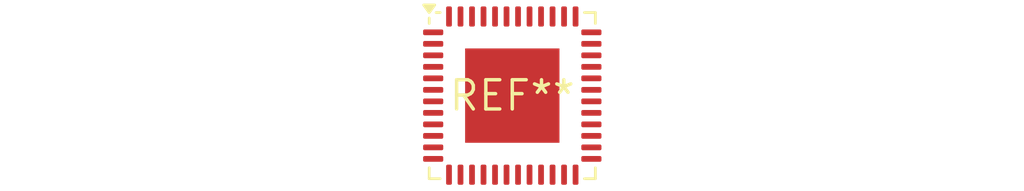
<source format=kicad_pcb>
(kicad_pcb (version 20240108) (generator pcbnew)
  (layers (0 "F.Cu" signal) (31 "B.Cu" signal) (34 "B.Paste" user) (35 "F.Paste" user) (36 "B.SilkS" user "B.Silkscreen") (37 "F.SilkS" user "F.Silkscreen") (38 "B.Mask" user) (39 "F.Mask" user) (44 "Edge.Cuts" user))
  (net 0 "")
  (footprint "VQFN-48-1EP_7x7mm_P0.5mm_EP4.1x4.1mm" (layer "F.Cu") (at 0 0)
    (property "Reference" "REF**")
    (property "Value" "VQFN-48-1EP_7x7mm_P0.5mm_EP4.1x4.1mm")
    (fp_line (start -3.61 -3.135) (end -3.61 -3.37) (layer "F.SilkS") (stroke (width 0.12)))
    (fp_line (start -3.61 3.61) (end -3.61 3.135) (layer "F.SilkS") (stroke (width 0.12)))
    (fp_line (start -3.135 -3.61) (end -3.31 -3.61) (layer "F.SilkS") (stroke (width 0.12)))
    (fp_line (start -3.135 3.61) (end -3.61 3.61) (layer "F.SilkS") (stroke (width 0.12)))
    (fp_line (start 3.135 -3.61) (end 3.61 -3.61) (layer "F.SilkS") (stroke (width 0.12)))
    (fp_line (start 3.135 3.61) (end 3.61 3.61) (layer "F.SilkS") (stroke (width 0.12)))
    (fp_line (start 3.61 -3.61) (end 3.61 -3.135) (layer "F.SilkS") (stroke (width 0.12)))
    (fp_line (start 3.61 3.61) (end 3.61 3.135) (layer "F.SilkS") (stroke (width 0.12)))
    (fp_poly (pts (xy -3.61 -3.61) (xy -3.85 -3.94) (xy -3.37 -3.94) (xy -3.61 -3.61)) (layer "F.SilkS") (stroke (width 0.12)) (fill solid))
    (pad "1" smd roundrect (at -3.4375 -2.75) (size 0.875 0.25) (layers "F.Cu" "F.Paste" "F.Mask"))
    (pad "2" smd roundrect (at -3.4375 -2.25) (size 0.875 0.25) (layers "F.Cu" "F.Paste" "F.Mask"))
    (pad "3" smd roundrect (at -3.4375 -1.75) (size 0.875 0.25) (layers "F.Cu" "F.Paste" "F.Mask"))
    (pad "4" smd roundrect (at -3.4375 -1.25) (size 0.875 0.25) (layers "F.Cu" "F.Paste" "F.Mask"))
    (pad "5" smd roundrect (at -3.4375 -0.75) (size 0.875 0.25) (layers "F.Cu" "F.Paste" "F.Mask"))
    (pad "6" smd roundrect (at -3.4375 -0.25) (size 0.875 0.25) (layers "F.Cu" "F.Paste" "F.Mask"))
    (pad "7" smd roundrect (at -3.4375 0.25) (size 0.875 0.25) (layers "F.Cu" "F.Paste" "F.Mask"))
    (pad "8" smd roundrect (at -3.4375 0.75) (size 0.875 0.25) (layers "F.Cu" "F.Paste" "F.Mask"))
    (pad "9" smd roundrect (at -3.4375 1.25) (size 0.875 0.25) (layers "F.Cu" "F.Paste" "F.Mask"))
    (pad "10" smd roundrect (at -3.4375 1.75) (size 0.875 0.25) (layers "F.Cu" "F.Paste" "F.Mask"))
    (pad "11" smd roundrect (at -3.4375 2.25) (size 0.875 0.25) (layers "F.Cu" "F.Paste" "F.Mask"))
    (pad "12" smd roundrect (at -3.4375 2.75) (size 0.875 0.25) (layers "F.Cu" "F.Paste" "F.Mask"))
    (pad "13" smd roundrect (at -2.75 3.4375) (size 0.25 0.875) (layers "F.Cu" "F.Paste" "F.Mask"))
    (pad "14" smd roundrect (at -2.25 3.4375) (size 0.25 0.875) (layers "F.Cu" "F.Paste" "F.Mask"))
    (pad "15" smd roundrect (at -1.75 3.4375) (size 0.25 0.875) (layers "F.Cu" "F.Paste" "F.Mask"))
    (pad "16" smd roundrect (at -1.25 3.4375) (size 0.25 0.875) (layers "F.Cu" "F.Paste" "F.Mask"))
    (pad "17" smd roundrect (at -0.75 3.4375) (size 0.25 0.875) (layers "F.Cu" "F.Paste" "F.Mask"))
    (pad "18" smd roundrect (at -0.25 3.4375) (size 0.25 0.875) (layers "F.Cu" "F.Paste" "F.Mask"))
    (pad "19" smd roundrect (at 0.25 3.4375) (size 0.25 0.875) (layers "F.Cu" "F.Paste" "F.Mask"))
    (pad "20" smd roundrect (at 0.75 3.4375) (size 0.25 0.875) (layers "F.Cu" "F.Paste" "F.Mask"))
    (pad "21" smd roundrect (at 1.25 3.4375) (size 0.25 0.875) (layers "F.Cu" "F.Paste" "F.Mask"))
    (pad "22" smd roundrect (at 1.75 3.4375) (size 0.25 0.875) (layers "F.Cu" "F.Paste" "F.Mask"))
    (pad "23" smd roundrect (at 2.25 3.4375) (size 0.25 0.875) (layers "F.Cu" "F.Paste" "F.Mask"))
    (pad "24" smd roundrect (at 2.75 3.4375) (size 0.25 0.875) (layers "F.Cu" "F.Paste" "F.Mask"))
    (pad "25" smd roundrect (at 3.4375 2.75) (size 0.875 0.25) (layers "F.Cu" "F.Paste" "F.Mask"))
    (pad "26" smd roundrect (at 3.4375 2.25) (size 0.875 0.25) (layers "F.Cu" "F.Paste" "F.Mask"))
    (pad "27" smd roundrect (at 3.4375 1.75) (size 0.875 0.25) (layers "F.Cu" "F.Paste" "F.Mask"))
    (pad "28" smd roundrect (at 3.4375 1.25) (size 0.875 0.25) (layers "F.Cu" "F.Paste" "F.Mask"))
    (pad "29" smd roundrect (at 3.4375 0.75) (size 0.875 0.25) (layers "F.Cu" "F.Paste" "F.Mask"))
    (pad "30" smd roundrect (at 3.4375 0.25) (size 0.875 0.25) (layers "F.Cu" "F.Paste" "F.Mask"))
    (pad "31" smd roundrect (at 3.4375 -0.25) (size 0.875 0.25) (layers "F.Cu" "F.Paste" "F.Mask"))
    (pad "32" smd roundrect (at 3.4375 -0.75) (size 0.875 0.25) (layers "F.Cu" "F.Paste" "F.Mask"))
    (pad "33" smd roundrect (at 3.4375 -1.25) (size 0.875 0.25) (layers "F.Cu" "F.Paste" "F.Mask"))
    (pad "34" smd roundrect (at 3.4375 -1.75) (size 0.875 0.25) (layers "F.Cu" "F.Paste" "F.Mask"))
    (pad "35" smd roundrect (at 3.4375 -2.25) (size 0.875 0.25) (layers "F.Cu" "F.Paste" "F.Mask"))
    (pad "36" smd roundrect (at 3.4375 -2.75) (size 0.875 0.25) (layers "F.Cu" "F.Paste" "F.Mask"))
    (pad "37" smd roundrect (at 2.75 -3.4375) (size 0.25 0.875) (layers "F.Cu" "F.Paste" "F.Mask"))
    (pad "38" smd roundrect (at 2.25 -3.4375) (size 0.25 0.875) (layers "F.Cu" "F.Paste" "F.Mask"))
    (pad "39" smd roundrect (at 1.75 -3.4375) (size 0.25 0.875) (layers "F.Cu" "F.Paste" "F.Mask"))
    (pad "40" smd roundrect (at 1.25 -3.4375) (size 0.25 0.875) (layers "F.Cu" "F.Paste" "F.Mask"))
    (pad "41" smd roundrect (at 0.75 -3.4375) (size 0.25 0.875) (layers "F.Cu" "F.Paste" "F.Mask"))
    (pad "42" smd roundrect (at 0.25 -3.4375) (size 0.25 0.875) (layers "F.Cu" "F.Paste" "F.Mask"))
    (pad "43" smd roundrect (at -0.25 -3.4375) (size 0.25 0.875) (layers "F.Cu" "F.Paste" "F.Mask"))
    (pad "44" smd roundrect (at -0.75 -3.4375) (size 0.25 0.875) (layers "F.Cu" "F.Paste" "F.Mask"))
    (pad "45" smd roundrect (at -1.25 -3.4375) (size 0.25 0.875) (layers "F.Cu" "F.Paste" "F.Mask"))
    (pad "46" smd roundrect (at -1.75 -3.4375) (size 0.25 0.875) (layers "F.Cu" "F.Paste" "F.Mask"))
    (pad "47" smd roundrect (at -2.25 -3.4375) (size 0.25 0.875) (layers "F.Cu" "F.Paste" "F.Mask"))
    (pad "48" smd roundrect (at -2.75 -3.4375) (size 0.25 0.875) (layers "F.Cu" "F.Paste" "F.Mask"))
    (pad "49" smd rect (at 0 0) (size 4.1 4.1) (property pad_prop_heatsink) (layers "F.Cu" "F.Mask"))
  )
)
</source>
